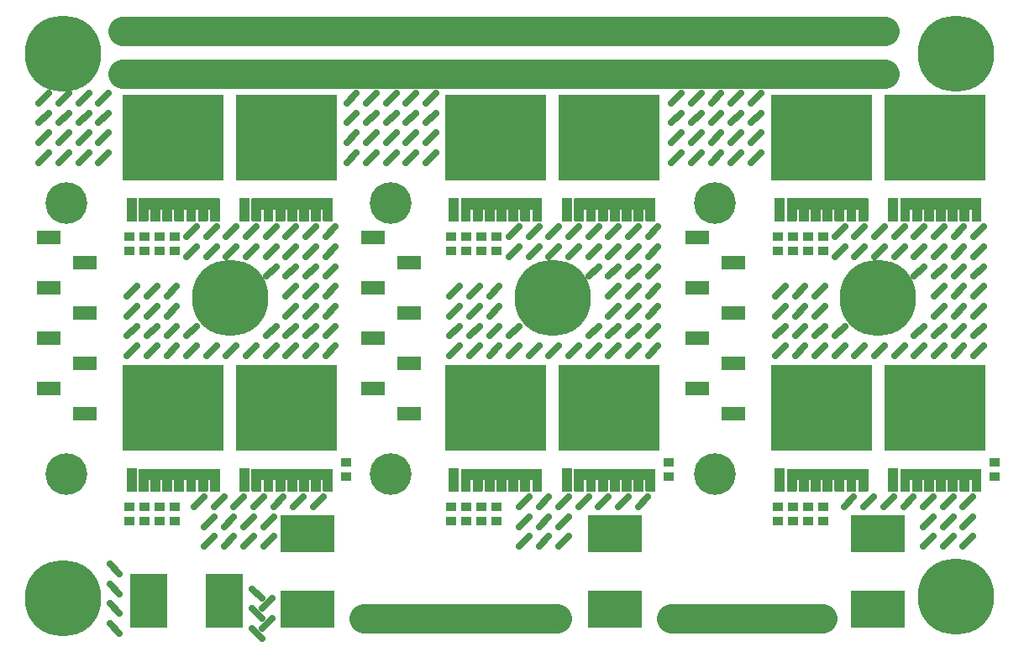
<source format=gbr>
%TF.GenerationSoftware,Altium Limited,Altium Designer,24.0.1 (36)*%
G04 Layer_Color=8388736*
%FSLAX45Y45*%
%MOMM*%
%TF.SameCoordinates,BDB9926C-BC38-41AE-A616-4D177B64427C*%
%TF.FilePolarity,Negative*%
%TF.FileFunction,Soldermask,Top*%
%TF.Part,Single*%
G01*
G75*
%TA.AperFunction,NonConductor*%
%ADD25C,3.00000*%
%ADD26C,0.63500*%
%TA.AperFunction,SMDPad,CuDef*%
%ADD27R,2.40320X1.47320*%
%ADD28R,5.40319X3.70307*%
%ADD29C,7.70320*%
%ADD30R,1.05320X0.95320*%
%ADD31R,10.20318X8.70321*%
%ADD32C,0.64320*%
%ADD33R,1.10320X2.40320*%
%ADD34R,3.70307X5.40319*%
%TA.AperFunction,ViaPad*%
%ADD35C,4.20320*%
G36*
X5328498Y4537779D02*
X5329440Y4537493D01*
X5330309Y4537028D01*
X5331071Y4536404D01*
X5331695Y4535642D01*
X5332160Y4534774D01*
X5332446Y4533831D01*
X5332454Y4533747D01*
X5332458Y4533732D01*
X5332555Y4532752D01*
Y4426351D01*
X5332542Y4426222D01*
Y4312851D01*
X5332446Y4311871D01*
X5332160Y4310929D01*
X5331695Y4310060D01*
X5331071Y4309299D01*
X5330309Y4308674D01*
X5329440Y4308210D01*
X5328498Y4307924D01*
X5327518Y4307827D01*
X5237516D01*
X5236535Y4307924D01*
X5235593Y4308210D01*
X5234724Y4308674D01*
X5233963Y4309299D01*
X5233338Y4310060D01*
X5232874Y4310929D01*
X5232588Y4311871D01*
X5232491Y4312851D01*
Y4421327D01*
X5212542D01*
Y4312851D01*
X5212446Y4311871D01*
X5212160Y4310929D01*
X5211695Y4310060D01*
X5211071Y4309299D01*
X5210309Y4308674D01*
X5209441Y4308210D01*
X5208498Y4307924D01*
X5207518Y4307827D01*
X5117516D01*
X5116536Y4307924D01*
X5115593Y4308210D01*
X5114725Y4308674D01*
X5113963Y4309299D01*
X5113339Y4310060D01*
X5112874Y4310929D01*
X5112588Y4311871D01*
X5112492Y4312851D01*
Y4421327D01*
X5092543D01*
Y4312851D01*
X5092446Y4311871D01*
X5092160Y4310929D01*
X5091696Y4310060D01*
X5091071Y4309299D01*
X5090310Y4308674D01*
X5089441Y4308210D01*
X5088499Y4307924D01*
X5087518Y4307827D01*
X4997516D01*
X4996536Y4307924D01*
X4995594Y4308210D01*
X4994725Y4308674D01*
X4993963Y4309299D01*
X4993339Y4310060D01*
X4992874Y4310929D01*
X4992588Y4311871D01*
X4992492Y4312851D01*
Y4421327D01*
X4972543D01*
Y4312851D01*
X4972446Y4311871D01*
X4972160Y4310929D01*
X4971696Y4310060D01*
X4971071Y4309299D01*
X4970310Y4308674D01*
X4969441Y4308210D01*
X4968499Y4307924D01*
X4967519Y4307827D01*
X4877516D01*
X4876536Y4307924D01*
X4875594Y4308210D01*
X4874725Y4308674D01*
X4873964Y4309299D01*
X4873339Y4310060D01*
X4872875Y4310929D01*
X4872589Y4311871D01*
X4872492Y4312851D01*
Y4421327D01*
X4852543D01*
Y4312851D01*
X4852446Y4311871D01*
X4852160Y4310929D01*
X4851696Y4310060D01*
X4851072Y4309299D01*
X4850310Y4308674D01*
X4849441Y4308210D01*
X4848499Y4307924D01*
X4847519Y4307827D01*
X4757517D01*
X4756536Y4307924D01*
X4755594Y4308210D01*
X4754725Y4308674D01*
X4753964Y4309299D01*
X4753339Y4310060D01*
X4752875Y4310929D01*
X4752589Y4311871D01*
X4752492Y4312851D01*
Y4421327D01*
X4732543D01*
Y4312851D01*
X4732447Y4311871D01*
X4732161Y4310929D01*
X4731696Y4310060D01*
X4731072Y4309299D01*
X4730310Y4308674D01*
X4729442Y4308210D01*
X4728499Y4307924D01*
X4727519Y4307827D01*
X4637517D01*
X4636537Y4307924D01*
X4635594Y4308210D01*
X4634726Y4308674D01*
X4633964Y4309299D01*
X4633339Y4310060D01*
X4632875Y4310929D01*
X4632589Y4311871D01*
X4632493Y4312851D01*
Y4421327D01*
X4612543D01*
Y4312851D01*
X4612447Y4311871D01*
X4612161Y4310929D01*
X4611697Y4310060D01*
X4611072Y4309299D01*
X4610311Y4308674D01*
X4609442Y4308210D01*
X4608500Y4307924D01*
X4607519Y4307827D01*
X4517517D01*
X4516537Y4307924D01*
X4515594Y4308210D01*
X4514726Y4308674D01*
X4513964Y4309299D01*
X4513340Y4310060D01*
X4512875Y4310929D01*
X4512589Y4311871D01*
X4512493Y4312851D01*
Y4532851D01*
X4512589Y4533831D01*
X4512875Y4534774D01*
X4513340Y4535642D01*
X4513964Y4536404D01*
X4514726Y4537028D01*
X4515594Y4537493D01*
X4516537Y4537779D01*
X4517517Y4537875D01*
X4607519D01*
X4608500Y4537779D01*
X4608508Y4537776D01*
X4636528D01*
X4636537Y4537779D01*
X4637517Y4537875D01*
X4727519D01*
X4728499Y4537779D01*
X4728508Y4537776D01*
X4756528D01*
X4756536Y4537779D01*
X4757517Y4537875D01*
X4847519D01*
X4848499Y4537779D01*
X4848507Y4537776D01*
X4876528D01*
X4876536Y4537779D01*
X4877516Y4537875D01*
X4967519D01*
X4968499Y4537779D01*
X4968507Y4537776D01*
X4996527D01*
X4996536Y4537779D01*
X4997516Y4537875D01*
X5087518D01*
X5088499Y4537779D01*
X5088507Y4537776D01*
X5116527D01*
X5116536Y4537779D01*
X5117516Y4537875D01*
X5207518D01*
X5208498Y4537779D01*
X5208507Y4537776D01*
X5236527D01*
X5236535Y4537779D01*
X5237516Y4537875D01*
X5327518D01*
X5328498Y4537779D01*
D02*
G37*
G36*
X3219384D02*
X3220326Y4537493D01*
X3221195Y4537028D01*
X3221956Y4536404D01*
X3222581Y4535642D01*
X3223045Y4534774D01*
X3223331Y4533831D01*
X3223340Y4533747D01*
X3223344Y4533732D01*
X3223440Y4532752D01*
Y4426351D01*
X3223428Y4426222D01*
Y4312851D01*
X3223331Y4311871D01*
X3223045Y4310929D01*
X3222581Y4310060D01*
X3221956Y4309299D01*
X3221195Y4308674D01*
X3220326Y4308210D01*
X3219384Y4307924D01*
X3218404Y4307827D01*
X3128401D01*
X3127421Y4307924D01*
X3126479Y4308210D01*
X3125610Y4308674D01*
X3124848Y4309299D01*
X3124224Y4310060D01*
X3123760Y4310929D01*
X3123474Y4311871D01*
X3123377Y4312851D01*
Y4421327D01*
X3103428D01*
Y4312851D01*
X3103331Y4311871D01*
X3103045Y4310929D01*
X3102581Y4310060D01*
X3101956Y4309299D01*
X3101195Y4308674D01*
X3100326Y4308210D01*
X3099384Y4307924D01*
X3098404Y4307827D01*
X3008401D01*
X3007421Y4307924D01*
X3006479Y4308210D01*
X3005610Y4308674D01*
X3004849Y4309299D01*
X3004224Y4310060D01*
X3003760Y4310929D01*
X3003474Y4311871D01*
X3003377Y4312851D01*
Y4421327D01*
X2983428D01*
Y4312851D01*
X2983332Y4311871D01*
X2983046Y4310929D01*
X2982581Y4310060D01*
X2981957Y4309299D01*
X2981195Y4308674D01*
X2980327Y4308210D01*
X2979384Y4307924D01*
X2978404Y4307827D01*
X2888402D01*
X2887421Y4307924D01*
X2886479Y4308210D01*
X2885610Y4308674D01*
X2884849Y4309299D01*
X2884224Y4310060D01*
X2883760Y4310929D01*
X2883474Y4311871D01*
X2883378Y4312851D01*
Y4421327D01*
X2863428D01*
Y4312851D01*
X2863332Y4311871D01*
X2863046Y4310929D01*
X2862582Y4310060D01*
X2861957Y4309299D01*
X2861195Y4308674D01*
X2860327Y4308210D01*
X2859384Y4307924D01*
X2858404Y4307827D01*
X2768402D01*
X2767422Y4307924D01*
X2766479Y4308210D01*
X2765611Y4308674D01*
X2764849Y4309299D01*
X2764225Y4310060D01*
X2763760Y4310929D01*
X2763474Y4311871D01*
X2763378Y4312851D01*
Y4421327D01*
X2743429D01*
Y4312851D01*
X2743332Y4311871D01*
X2743046Y4310929D01*
X2742582Y4310060D01*
X2741957Y4309299D01*
X2741196Y4308674D01*
X2740327Y4308210D01*
X2739385Y4307924D01*
X2738404Y4307827D01*
X2648402D01*
X2647422Y4307924D01*
X2646480Y4308210D01*
X2645611Y4308674D01*
X2644849Y4309299D01*
X2644225Y4310060D01*
X2643761Y4310929D01*
X2643475Y4311871D01*
X2643378Y4312851D01*
Y4421327D01*
X2623429D01*
Y4312851D01*
X2623332Y4311871D01*
X2623046Y4310929D01*
X2622582Y4310060D01*
X2621957Y4309299D01*
X2621196Y4308674D01*
X2620327Y4308210D01*
X2619385Y4307924D01*
X2618405Y4307827D01*
X2528402D01*
X2527422Y4307924D01*
X2526480Y4308210D01*
X2525611Y4308674D01*
X2524850Y4309299D01*
X2524225Y4310060D01*
X2523761Y4310929D01*
X2523475Y4311871D01*
X2523378Y4312851D01*
Y4421327D01*
X2503429D01*
Y4312851D01*
X2503333Y4311871D01*
X2503047Y4310929D01*
X2502582Y4310060D01*
X2501958Y4309299D01*
X2501196Y4308674D01*
X2500327Y4308210D01*
X2499385Y4307924D01*
X2498405Y4307827D01*
X2408403D01*
X2407422Y4307924D01*
X2406480Y4308210D01*
X2405611Y4308674D01*
X2404850Y4309299D01*
X2404225Y4310060D01*
X2403761Y4310929D01*
X2403475Y4311871D01*
X2403378Y4312851D01*
Y4532851D01*
X2403475Y4533831D01*
X2403761Y4534774D01*
X2404225Y4535642D01*
X2404850Y4536404D01*
X2405611Y4537028D01*
X2406480Y4537493D01*
X2407422Y4537779D01*
X2408403Y4537875D01*
X2498405D01*
X2499385Y4537779D01*
X2499394Y4537776D01*
X2527414D01*
X2527422Y4537779D01*
X2528402Y4537875D01*
X2618405D01*
X2619385Y4537779D01*
X2619393Y4537776D01*
X2647414D01*
X2647422Y4537779D01*
X2648402Y4537875D01*
X2738404D01*
X2739385Y4537779D01*
X2739393Y4537776D01*
X2767413D01*
X2767422Y4537779D01*
X2768402Y4537875D01*
X2858404D01*
X2859384Y4537779D01*
X2859393Y4537776D01*
X2887413D01*
X2887421Y4537779D01*
X2888402Y4537875D01*
X2978404D01*
X2979384Y4537779D01*
X2979393Y4537776D01*
X3007413D01*
X3007421Y4537779D01*
X3008401Y4537875D01*
X3098404D01*
X3099384Y4537779D01*
X3099392Y4537776D01*
X3127413D01*
X3127421Y4537779D01*
X3128401Y4537875D01*
X3218404D01*
X3219384Y4537779D01*
D02*
G37*
G36*
X2079838D02*
X2080780Y4537493D01*
X2081649Y4537028D01*
X2082411Y4536404D01*
X2083035Y4535642D01*
X2083500Y4534774D01*
X2083786Y4533831D01*
X2083794Y4533747D01*
X2083798Y4533732D01*
X2083895Y4532752D01*
Y4426351D01*
X2083882Y4426222D01*
Y4312851D01*
X2083786Y4311871D01*
X2083500Y4310929D01*
X2083035Y4310060D01*
X2082411Y4309299D01*
X2081649Y4308674D01*
X2080780Y4308210D01*
X2079838Y4307924D01*
X2078858Y4307827D01*
X1988856D01*
X1987875Y4307924D01*
X1986933Y4308210D01*
X1986064Y4308674D01*
X1985303Y4309299D01*
X1984678Y4310060D01*
X1984214Y4310929D01*
X1983928Y4311871D01*
X1983831Y4312851D01*
Y4421327D01*
X1963882D01*
Y4312851D01*
X1963786Y4311871D01*
X1963500Y4310929D01*
X1963035Y4310060D01*
X1962411Y4309299D01*
X1961649Y4308674D01*
X1960781Y4308210D01*
X1959838Y4307924D01*
X1958858Y4307827D01*
X1868856D01*
X1867876Y4307924D01*
X1866933Y4308210D01*
X1866065Y4308674D01*
X1865303Y4309299D01*
X1864679Y4310060D01*
X1864214Y4310929D01*
X1863928Y4311871D01*
X1863832Y4312851D01*
Y4421327D01*
X1843883D01*
Y4312851D01*
X1843786Y4311871D01*
X1843500Y4310929D01*
X1843036Y4310060D01*
X1842411Y4309299D01*
X1841650Y4308674D01*
X1840781Y4308210D01*
X1839839Y4307924D01*
X1838858Y4307827D01*
X1748856D01*
X1747876Y4307924D01*
X1746934Y4308210D01*
X1746065Y4308674D01*
X1745303Y4309299D01*
X1744679Y4310060D01*
X1744214Y4310929D01*
X1743928Y4311871D01*
X1743832Y4312851D01*
Y4421327D01*
X1723883D01*
Y4312851D01*
X1723786Y4311871D01*
X1723500Y4310929D01*
X1723036Y4310060D01*
X1722411Y4309299D01*
X1721650Y4308674D01*
X1720781Y4308210D01*
X1719839Y4307924D01*
X1718859Y4307827D01*
X1628856D01*
X1627876Y4307924D01*
X1626934Y4308210D01*
X1626065Y4308674D01*
X1625304Y4309299D01*
X1624679Y4310060D01*
X1624215Y4310929D01*
X1623929Y4311871D01*
X1623832Y4312851D01*
Y4421327D01*
X1603883D01*
Y4312851D01*
X1603786Y4311871D01*
X1603500Y4310929D01*
X1603036Y4310060D01*
X1602412Y4309299D01*
X1601650Y4308674D01*
X1600781Y4308210D01*
X1599839Y4307924D01*
X1598859Y4307827D01*
X1508857D01*
X1507876Y4307924D01*
X1506934Y4308210D01*
X1506065Y4308674D01*
X1505304Y4309299D01*
X1504679Y4310060D01*
X1504215Y4310929D01*
X1503929Y4311871D01*
X1503832Y4312851D01*
Y4421327D01*
X1483883D01*
Y4312851D01*
X1483787Y4311871D01*
X1483501Y4310929D01*
X1483036Y4310060D01*
X1482412Y4309299D01*
X1481650Y4308674D01*
X1480782Y4308210D01*
X1479839Y4307924D01*
X1478859Y4307827D01*
X1388857D01*
X1387877Y4307924D01*
X1386934Y4308210D01*
X1386066Y4308674D01*
X1385304Y4309299D01*
X1384679Y4310060D01*
X1384215Y4310929D01*
X1383929Y4311871D01*
X1383833Y4312851D01*
Y4421327D01*
X1363883D01*
Y4312851D01*
X1363787Y4311871D01*
X1363501Y4310929D01*
X1363037Y4310060D01*
X1362412Y4309299D01*
X1361651Y4308674D01*
X1360782Y4308210D01*
X1359840Y4307924D01*
X1358859Y4307827D01*
X1268857D01*
X1267877Y4307924D01*
X1266934Y4308210D01*
X1266066Y4308674D01*
X1265304Y4309299D01*
X1264680Y4310060D01*
X1264215Y4310929D01*
X1263929Y4311871D01*
X1263833Y4312851D01*
Y4532851D01*
X1263929Y4533831D01*
X1264215Y4534774D01*
X1264680Y4535642D01*
X1265304Y4536404D01*
X1266066Y4537028D01*
X1266934Y4537493D01*
X1267877Y4537779D01*
X1268857Y4537875D01*
X1358859D01*
X1359840Y4537779D01*
X1359848Y4537776D01*
X1387868D01*
X1387877Y4537779D01*
X1388857Y4537875D01*
X1478859D01*
X1479839Y4537779D01*
X1479848Y4537776D01*
X1507868D01*
X1507876Y4537779D01*
X1508857Y4537875D01*
X1598859D01*
X1599839Y4537779D01*
X1599847Y4537776D01*
X1627868D01*
X1627876Y4537779D01*
X1628856Y4537875D01*
X1718859D01*
X1719839Y4537779D01*
X1719847Y4537776D01*
X1747867D01*
X1747876Y4537779D01*
X1748856Y4537875D01*
X1838858D01*
X1839839Y4537779D01*
X1839847Y4537776D01*
X1867867D01*
X1867876Y4537779D01*
X1868856Y4537875D01*
X1958858D01*
X1959838Y4537779D01*
X1959847Y4537776D01*
X1987867D01*
X1987875Y4537779D01*
X1988856Y4537875D01*
X2078858D01*
X2079838Y4537779D01*
D02*
G37*
G36*
X5328498Y1810639D02*
X5329440Y1810353D01*
X5330309Y1809889D01*
X5331071Y1809264D01*
X5331695Y1808503D01*
X5332160Y1807634D01*
X5332446Y1806692D01*
X5332454Y1806607D01*
X5332458Y1806593D01*
X5332555Y1805612D01*
Y1699212D01*
X5332542Y1699083D01*
Y1585712D01*
X5332446Y1584732D01*
X5332160Y1583789D01*
X5331695Y1582921D01*
X5331071Y1582159D01*
X5330309Y1581535D01*
X5329440Y1581070D01*
X5328498Y1580784D01*
X5327518Y1580688D01*
X5237516D01*
X5236535Y1580784D01*
X5235593Y1581070D01*
X5234724Y1581535D01*
X5233963Y1582159D01*
X5233338Y1582921D01*
X5232874Y1583789D01*
X5232588Y1584732D01*
X5232491Y1585712D01*
Y1694188D01*
X5212542D01*
Y1585712D01*
X5212446Y1584732D01*
X5212160Y1583789D01*
X5211695Y1582921D01*
X5211071Y1582159D01*
X5210309Y1581535D01*
X5209441Y1581070D01*
X5208498Y1580784D01*
X5207518Y1580688D01*
X5117516D01*
X5116536Y1580784D01*
X5115593Y1581070D01*
X5114725Y1581535D01*
X5113963Y1582159D01*
X5113339Y1582921D01*
X5112874Y1583789D01*
X5112588Y1584732D01*
X5112492Y1585712D01*
Y1694188D01*
X5092543D01*
Y1585712D01*
X5092446Y1584732D01*
X5092160Y1583789D01*
X5091696Y1582921D01*
X5091071Y1582159D01*
X5090310Y1581535D01*
X5089441Y1581070D01*
X5088499Y1580784D01*
X5087518Y1580688D01*
X4997516D01*
X4996536Y1580784D01*
X4995594Y1581070D01*
X4994725Y1581535D01*
X4993963Y1582159D01*
X4993339Y1582921D01*
X4992874Y1583789D01*
X4992588Y1584732D01*
X4992492Y1585712D01*
Y1694188D01*
X4972543D01*
Y1585712D01*
X4972446Y1584732D01*
X4972160Y1583789D01*
X4971696Y1582921D01*
X4971071Y1582159D01*
X4970310Y1581535D01*
X4969441Y1581070D01*
X4968499Y1580784D01*
X4967519Y1580688D01*
X4877516D01*
X4876536Y1580784D01*
X4875594Y1581070D01*
X4874725Y1581535D01*
X4873964Y1582159D01*
X4873339Y1582921D01*
X4872875Y1583789D01*
X4872589Y1584732D01*
X4872492Y1585712D01*
Y1694188D01*
X4852543D01*
Y1585712D01*
X4852446Y1584732D01*
X4852160Y1583789D01*
X4851696Y1582921D01*
X4851072Y1582159D01*
X4850310Y1581535D01*
X4849441Y1581070D01*
X4848499Y1580784D01*
X4847519Y1580688D01*
X4757517D01*
X4756536Y1580784D01*
X4755594Y1581070D01*
X4754725Y1581535D01*
X4753964Y1582159D01*
X4753339Y1582921D01*
X4752875Y1583789D01*
X4752589Y1584732D01*
X4752492Y1585712D01*
Y1694188D01*
X4732543D01*
Y1585712D01*
X4732447Y1584732D01*
X4732161Y1583789D01*
X4731696Y1582921D01*
X4731072Y1582159D01*
X4730310Y1581535D01*
X4729442Y1581070D01*
X4728499Y1580784D01*
X4727519Y1580688D01*
X4637517D01*
X4636537Y1580784D01*
X4635594Y1581070D01*
X4634726Y1581535D01*
X4633964Y1582159D01*
X4633339Y1582921D01*
X4632875Y1583789D01*
X4632589Y1584732D01*
X4632493Y1585712D01*
Y1694188D01*
X4612543D01*
Y1585712D01*
X4612447Y1584732D01*
X4612161Y1583789D01*
X4611697Y1582921D01*
X4611072Y1582159D01*
X4610311Y1581535D01*
X4609442Y1581070D01*
X4608500Y1580784D01*
X4607519Y1580688D01*
X4517517D01*
X4516537Y1580784D01*
X4515594Y1581070D01*
X4514726Y1581535D01*
X4513964Y1582159D01*
X4513340Y1582921D01*
X4512875Y1583789D01*
X4512589Y1584732D01*
X4512493Y1585712D01*
Y1805711D01*
X4512589Y1806692D01*
X4512875Y1807634D01*
X4513340Y1808503D01*
X4513964Y1809264D01*
X4514726Y1809889D01*
X4515594Y1810353D01*
X4516537Y1810639D01*
X4517517Y1810736D01*
X4607519D01*
X4608500Y1810639D01*
X4608508Y1810636D01*
X4636528D01*
X4636537Y1810639D01*
X4637517Y1810736D01*
X4727519D01*
X4728499Y1810639D01*
X4728508Y1810636D01*
X4756528D01*
X4756536Y1810639D01*
X4757517Y1810736D01*
X4847519D01*
X4848499Y1810639D01*
X4848507Y1810636D01*
X4876528D01*
X4876536Y1810639D01*
X4877516Y1810736D01*
X4967519D01*
X4968499Y1810639D01*
X4968507Y1810636D01*
X4996527D01*
X4996536Y1810639D01*
X4997516Y1810736D01*
X5087518D01*
X5088499Y1810639D01*
X5088507Y1810636D01*
X5116527D01*
X5116536Y1810639D01*
X5117516Y1810736D01*
X5207518D01*
X5208498Y1810639D01*
X5208507Y1810636D01*
X5236527D01*
X5236535Y1810639D01*
X5237516Y1810736D01*
X5327518D01*
X5328498Y1810639D01*
D02*
G37*
G36*
X3219384D02*
X3220326Y1810353D01*
X3221195Y1809889D01*
X3221956Y1809264D01*
X3222581Y1808503D01*
X3223045Y1807634D01*
X3223331Y1806692D01*
X3223340Y1806607D01*
X3223344Y1806593D01*
X3223440Y1805612D01*
Y1699212D01*
X3223428Y1699083D01*
Y1585712D01*
X3223331Y1584732D01*
X3223045Y1583789D01*
X3222581Y1582921D01*
X3221956Y1582159D01*
X3221195Y1581535D01*
X3220326Y1581070D01*
X3219384Y1580784D01*
X3218404Y1580688D01*
X3128401D01*
X3127421Y1580784D01*
X3126479Y1581070D01*
X3125610Y1581535D01*
X3124848Y1582159D01*
X3124224Y1582921D01*
X3123760Y1583789D01*
X3123474Y1584732D01*
X3123377Y1585712D01*
Y1694188D01*
X3103428D01*
Y1585712D01*
X3103331Y1584732D01*
X3103045Y1583789D01*
X3102581Y1582921D01*
X3101956Y1582159D01*
X3101195Y1581535D01*
X3100326Y1581070D01*
X3099384Y1580784D01*
X3098404Y1580688D01*
X3008401D01*
X3007421Y1580784D01*
X3006479Y1581070D01*
X3005610Y1581535D01*
X3004849Y1582159D01*
X3004224Y1582921D01*
X3003760Y1583789D01*
X3003474Y1584732D01*
X3003377Y1585712D01*
Y1694188D01*
X2983428D01*
Y1585712D01*
X2983332Y1584732D01*
X2983046Y1583789D01*
X2982581Y1582921D01*
X2981957Y1582159D01*
X2981195Y1581535D01*
X2980327Y1581070D01*
X2979384Y1580784D01*
X2978404Y1580688D01*
X2888402D01*
X2887421Y1580784D01*
X2886479Y1581070D01*
X2885610Y1581535D01*
X2884849Y1582159D01*
X2884224Y1582921D01*
X2883760Y1583789D01*
X2883474Y1584732D01*
X2883378Y1585712D01*
Y1694188D01*
X2863428D01*
Y1585712D01*
X2863332Y1584732D01*
X2863046Y1583789D01*
X2862582Y1582921D01*
X2861957Y1582159D01*
X2861195Y1581535D01*
X2860327Y1581070D01*
X2859384Y1580784D01*
X2858404Y1580688D01*
X2768402D01*
X2767422Y1580784D01*
X2766479Y1581070D01*
X2765611Y1581535D01*
X2764849Y1582159D01*
X2764225Y1582921D01*
X2763760Y1583789D01*
X2763474Y1584732D01*
X2763378Y1585712D01*
Y1694188D01*
X2743429D01*
Y1585712D01*
X2743332Y1584732D01*
X2743046Y1583789D01*
X2742582Y1582921D01*
X2741957Y1582159D01*
X2741196Y1581535D01*
X2740327Y1581070D01*
X2739385Y1580784D01*
X2738404Y1580688D01*
X2648402D01*
X2647422Y1580784D01*
X2646480Y1581070D01*
X2645611Y1581535D01*
X2644849Y1582159D01*
X2644225Y1582921D01*
X2643761Y1583789D01*
X2643475Y1584732D01*
X2643378Y1585712D01*
Y1694188D01*
X2623429D01*
Y1585712D01*
X2623332Y1584732D01*
X2623046Y1583789D01*
X2622582Y1582921D01*
X2621957Y1582159D01*
X2621196Y1581535D01*
X2620327Y1581070D01*
X2619385Y1580784D01*
X2618405Y1580688D01*
X2528402D01*
X2527422Y1580784D01*
X2526480Y1581070D01*
X2525611Y1581535D01*
X2524850Y1582159D01*
X2524225Y1582921D01*
X2523761Y1583789D01*
X2523475Y1584732D01*
X2523378Y1585712D01*
Y1694188D01*
X2503429D01*
Y1585712D01*
X2503333Y1584732D01*
X2503047Y1583789D01*
X2502582Y1582921D01*
X2501958Y1582159D01*
X2501196Y1581535D01*
X2500327Y1581070D01*
X2499385Y1580784D01*
X2498405Y1580688D01*
X2408403D01*
X2407422Y1580784D01*
X2406480Y1581070D01*
X2405611Y1581535D01*
X2404850Y1582159D01*
X2404225Y1582921D01*
X2403761Y1583789D01*
X2403475Y1584732D01*
X2403378Y1585712D01*
Y1805711D01*
X2403475Y1806692D01*
X2403761Y1807634D01*
X2404225Y1808503D01*
X2404850Y1809264D01*
X2405611Y1809889D01*
X2406480Y1810353D01*
X2407422Y1810639D01*
X2408403Y1810736D01*
X2498405D01*
X2499385Y1810639D01*
X2499394Y1810636D01*
X2527414D01*
X2527422Y1810639D01*
X2528402Y1810736D01*
X2618405D01*
X2619385Y1810639D01*
X2619393Y1810636D01*
X2647414D01*
X2647422Y1810639D01*
X2648402Y1810736D01*
X2738404D01*
X2739385Y1810639D01*
X2739393Y1810636D01*
X2767413D01*
X2767422Y1810639D01*
X2768402Y1810736D01*
X2858404D01*
X2859384Y1810639D01*
X2859393Y1810636D01*
X2887413D01*
X2887421Y1810639D01*
X2888402Y1810736D01*
X2978404D01*
X2979384Y1810639D01*
X2979393Y1810636D01*
X3007413D01*
X3007421Y1810639D01*
X3008401Y1810736D01*
X3098404D01*
X3099384Y1810639D01*
X3099392Y1810636D01*
X3127413D01*
X3127421Y1810639D01*
X3128401Y1810736D01*
X3218404D01*
X3219384Y1810639D01*
D02*
G37*
G36*
X2079838D02*
X2080780Y1810353D01*
X2081649Y1809889D01*
X2082411Y1809264D01*
X2083035Y1808503D01*
X2083500Y1807634D01*
X2083786Y1806692D01*
X2083794Y1806607D01*
X2083798Y1806593D01*
X2083895Y1805612D01*
Y1699212D01*
X2083882Y1699083D01*
Y1585712D01*
X2083786Y1584732D01*
X2083500Y1583789D01*
X2083035Y1582921D01*
X2082411Y1582159D01*
X2081649Y1581535D01*
X2080780Y1581070D01*
X2079838Y1580784D01*
X2078858Y1580688D01*
X1988856D01*
X1987875Y1580784D01*
X1986933Y1581070D01*
X1986064Y1581535D01*
X1985303Y1582159D01*
X1984678Y1582921D01*
X1984214Y1583789D01*
X1983928Y1584732D01*
X1983831Y1585712D01*
Y1694188D01*
X1963882D01*
Y1585712D01*
X1963786Y1584732D01*
X1963500Y1583789D01*
X1963035Y1582921D01*
X1962411Y1582159D01*
X1961649Y1581535D01*
X1960781Y1581070D01*
X1959838Y1580784D01*
X1958858Y1580688D01*
X1868856D01*
X1867876Y1580784D01*
X1866933Y1581070D01*
X1866065Y1581535D01*
X1865303Y1582159D01*
X1864679Y1582921D01*
X1864214Y1583789D01*
X1863928Y1584732D01*
X1863832Y1585712D01*
Y1694188D01*
X1843883D01*
Y1585712D01*
X1843786Y1584732D01*
X1843500Y1583789D01*
X1843036Y1582921D01*
X1842411Y1582159D01*
X1841650Y1581535D01*
X1840781Y1581070D01*
X1839839Y1580784D01*
X1838858Y1580688D01*
X1748856D01*
X1747876Y1580784D01*
X1746934Y1581070D01*
X1746065Y1581535D01*
X1745303Y1582159D01*
X1744679Y1582921D01*
X1744214Y1583789D01*
X1743928Y1584732D01*
X1743832Y1585712D01*
Y1694188D01*
X1723883D01*
Y1585712D01*
X1723786Y1584732D01*
X1723500Y1583789D01*
X1723036Y1582921D01*
X1722411Y1582159D01*
X1721650Y1581535D01*
X1720781Y1581070D01*
X1719839Y1580784D01*
X1718859Y1580688D01*
X1628856D01*
X1627876Y1580784D01*
X1626934Y1581070D01*
X1626065Y1581535D01*
X1625304Y1582159D01*
X1624679Y1582921D01*
X1624215Y1583789D01*
X1623929Y1584732D01*
X1623832Y1585712D01*
Y1694188D01*
X1603883D01*
Y1585712D01*
X1603786Y1584732D01*
X1603500Y1583789D01*
X1603036Y1582921D01*
X1602412Y1582159D01*
X1601650Y1581535D01*
X1600781Y1581070D01*
X1599839Y1580784D01*
X1598859Y1580688D01*
X1508857D01*
X1507876Y1580784D01*
X1506934Y1581070D01*
X1506065Y1581535D01*
X1505304Y1582159D01*
X1504679Y1582921D01*
X1504215Y1583789D01*
X1503929Y1584732D01*
X1503832Y1585712D01*
Y1694188D01*
X1483883D01*
Y1585712D01*
X1483787Y1584732D01*
X1483501Y1583789D01*
X1483036Y1582921D01*
X1482412Y1582159D01*
X1481650Y1581535D01*
X1480782Y1581070D01*
X1479839Y1580784D01*
X1478859Y1580688D01*
X1388857D01*
X1387877Y1580784D01*
X1386934Y1581070D01*
X1386066Y1581535D01*
X1385304Y1582159D01*
X1384679Y1582921D01*
X1384215Y1583789D01*
X1383929Y1584732D01*
X1383833Y1585712D01*
Y1694188D01*
X1363883D01*
Y1585712D01*
X1363787Y1584732D01*
X1363501Y1583789D01*
X1363037Y1582921D01*
X1362412Y1582159D01*
X1361651Y1581535D01*
X1360782Y1581070D01*
X1359840Y1580784D01*
X1358859Y1580688D01*
X1268857D01*
X1267877Y1580784D01*
X1266934Y1581070D01*
X1266066Y1581535D01*
X1265304Y1582159D01*
X1264680Y1582921D01*
X1264215Y1583789D01*
X1263929Y1584732D01*
X1263833Y1585712D01*
Y1805711D01*
X1263929Y1806692D01*
X1264215Y1807634D01*
X1264680Y1808503D01*
X1265304Y1809264D01*
X1266066Y1809889D01*
X1266934Y1810353D01*
X1267877Y1810639D01*
X1268857Y1810736D01*
X1358859D01*
X1359840Y1810639D01*
X1359848Y1810636D01*
X1387868D01*
X1387877Y1810639D01*
X1388857Y1810736D01*
X1478859D01*
X1479839Y1810639D01*
X1479848Y1810636D01*
X1507868D01*
X1507876Y1810639D01*
X1508857Y1810736D01*
X1598859D01*
X1599839Y1810639D01*
X1599847Y1810636D01*
X1627868D01*
X1627876Y1810639D01*
X1628856Y1810736D01*
X1718859D01*
X1719839Y1810639D01*
X1719847Y1810636D01*
X1747867D01*
X1747876Y1810639D01*
X1748856Y1810736D01*
X1838858D01*
X1839839Y1810639D01*
X1839847Y1810636D01*
X1867867D01*
X1867876Y1810639D01*
X1868856Y1810736D01*
X1958858D01*
X1959838Y1810639D01*
X1959847Y1810636D01*
X1987867D01*
X1987875Y1810639D01*
X1988856Y1810736D01*
X2078858D01*
X2079838Y1810639D01*
D02*
G37*
G36*
X9757344Y4537779D02*
X9758286Y4537493D01*
X9759155Y4537028D01*
X9759916Y4536404D01*
X9760541Y4535642D01*
X9761005Y4534774D01*
X9761291Y4533831D01*
X9761300Y4533747D01*
X9761304Y4533732D01*
X9761400Y4532752D01*
Y4426351D01*
X9761388Y4426222D01*
Y4312851D01*
X9761291Y4311871D01*
X9761005Y4310929D01*
X9760541Y4310060D01*
X9759916Y4309299D01*
X9759155Y4308674D01*
X9758286Y4308210D01*
X9757344Y4307924D01*
X9756364Y4307827D01*
X9666361D01*
X9665381Y4307924D01*
X9664439Y4308210D01*
X9663570Y4308674D01*
X9662808Y4309299D01*
X9662184Y4310060D01*
X9661720Y4310929D01*
X9661434Y4311871D01*
X9661337Y4312851D01*
Y4421327D01*
X9641388D01*
Y4312851D01*
X9641291Y4311871D01*
X9641005Y4310929D01*
X9640541Y4310060D01*
X9639916Y4309299D01*
X9639155Y4308674D01*
X9638286Y4308210D01*
X9637344Y4307924D01*
X9636364Y4307827D01*
X9546361D01*
X9545381Y4307924D01*
X9544439Y4308210D01*
X9543570Y4308674D01*
X9542809Y4309299D01*
X9542184Y4310060D01*
X9541720Y4310929D01*
X9541434Y4311871D01*
X9541337Y4312851D01*
Y4421327D01*
X9521388D01*
Y4312851D01*
X9521292Y4311871D01*
X9521006Y4310929D01*
X9520541Y4310060D01*
X9519917Y4309299D01*
X9519155Y4308674D01*
X9518287Y4308210D01*
X9517344Y4307924D01*
X9516364Y4307827D01*
X9426362D01*
X9425381Y4307924D01*
X9424439Y4308210D01*
X9423570Y4308674D01*
X9422809Y4309299D01*
X9422184Y4310060D01*
X9421720Y4310929D01*
X9421434Y4311871D01*
X9421338Y4312851D01*
Y4421327D01*
X9401388D01*
Y4312851D01*
X9401292Y4311871D01*
X9401006Y4310929D01*
X9400542Y4310060D01*
X9399917Y4309299D01*
X9399155Y4308674D01*
X9398287Y4308210D01*
X9397344Y4307924D01*
X9396364Y4307827D01*
X9306362D01*
X9305382Y4307924D01*
X9304439Y4308210D01*
X9303571Y4308674D01*
X9302809Y4309299D01*
X9302185Y4310060D01*
X9301720Y4310929D01*
X9301434Y4311871D01*
X9301338Y4312851D01*
Y4421327D01*
X9281389D01*
Y4312851D01*
X9281292Y4311871D01*
X9281006Y4310929D01*
X9280542Y4310060D01*
X9279917Y4309299D01*
X9279156Y4308674D01*
X9278287Y4308210D01*
X9277345Y4307924D01*
X9276364Y4307827D01*
X9186362D01*
X9185382Y4307924D01*
X9184440Y4308210D01*
X9183571Y4308674D01*
X9182809Y4309299D01*
X9182185Y4310060D01*
X9181721Y4310929D01*
X9181435Y4311871D01*
X9181338Y4312851D01*
Y4421327D01*
X9161389D01*
Y4312851D01*
X9161292Y4311871D01*
X9161006Y4310929D01*
X9160542Y4310060D01*
X9159917Y4309299D01*
X9159156Y4308674D01*
X9158287Y4308210D01*
X9157345Y4307924D01*
X9156365Y4307827D01*
X9066362D01*
X9065382Y4307924D01*
X9064440Y4308210D01*
X9063571Y4308674D01*
X9062810Y4309299D01*
X9062185Y4310060D01*
X9061721Y4310929D01*
X9061435Y4311871D01*
X9061338Y4312851D01*
Y4421327D01*
X9041389D01*
Y4312851D01*
X9041293Y4311871D01*
X9041007Y4310929D01*
X9040542Y4310060D01*
X9039918Y4309299D01*
X9039156Y4308674D01*
X9038287Y4308210D01*
X9037345Y4307924D01*
X9036365Y4307827D01*
X8946363D01*
X8945382Y4307924D01*
X8944440Y4308210D01*
X8943571Y4308674D01*
X8942810Y4309299D01*
X8942185Y4310060D01*
X8941721Y4310929D01*
X8941435Y4311871D01*
X8941338Y4312851D01*
Y4532851D01*
X8941435Y4533831D01*
X8941721Y4534774D01*
X8942185Y4535642D01*
X8942810Y4536404D01*
X8943571Y4537028D01*
X8944440Y4537493D01*
X8945382Y4537779D01*
X8946363Y4537875D01*
X9036365D01*
X9037345Y4537779D01*
X9037354Y4537776D01*
X9065374D01*
X9065382Y4537779D01*
X9066362Y4537875D01*
X9156365D01*
X9157345Y4537779D01*
X9157353Y4537776D01*
X9185374D01*
X9185382Y4537779D01*
X9186362Y4537875D01*
X9276364D01*
X9277345Y4537779D01*
X9277353Y4537776D01*
X9305373D01*
X9305382Y4537779D01*
X9306362Y4537875D01*
X9396364D01*
X9397344Y4537779D01*
X9397353Y4537776D01*
X9425373D01*
X9425381Y4537779D01*
X9426362Y4537875D01*
X9516364D01*
X9517344Y4537779D01*
X9517353Y4537776D01*
X9545373D01*
X9545381Y4537779D01*
X9546361Y4537875D01*
X9636364D01*
X9637344Y4537779D01*
X9637352Y4537776D01*
X9665373D01*
X9665381Y4537779D01*
X9666361Y4537875D01*
X9756364D01*
X9757344Y4537779D01*
D02*
G37*
G36*
X8615258D02*
X8616200Y4537493D01*
X8617069Y4537028D01*
X8617831Y4536404D01*
X8618455Y4535642D01*
X8618920Y4534774D01*
X8619206Y4533831D01*
X8619214Y4533747D01*
X8619218Y4533732D01*
X8619315Y4532752D01*
Y4426351D01*
X8619302Y4426222D01*
Y4312851D01*
X8619206Y4311871D01*
X8618920Y4310929D01*
X8618455Y4310060D01*
X8617831Y4309299D01*
X8617069Y4308674D01*
X8616200Y4308210D01*
X8615258Y4307924D01*
X8614278Y4307827D01*
X8524276D01*
X8523295Y4307924D01*
X8522353Y4308210D01*
X8521484Y4308674D01*
X8520723Y4309299D01*
X8520098Y4310060D01*
X8519634Y4310929D01*
X8519348Y4311871D01*
X8519251Y4312851D01*
Y4421327D01*
X8499302D01*
Y4312851D01*
X8499206Y4311871D01*
X8498920Y4310929D01*
X8498455Y4310060D01*
X8497831Y4309299D01*
X8497069Y4308674D01*
X8496201Y4308210D01*
X8495258Y4307924D01*
X8494278Y4307827D01*
X8404276D01*
X8403296Y4307924D01*
X8402353Y4308210D01*
X8401485Y4308674D01*
X8400723Y4309299D01*
X8400099Y4310060D01*
X8399634Y4310929D01*
X8399348Y4311871D01*
X8399252Y4312851D01*
Y4421327D01*
X8379303D01*
Y4312851D01*
X8379206Y4311871D01*
X8378920Y4310929D01*
X8378456Y4310060D01*
X8377831Y4309299D01*
X8377070Y4308674D01*
X8376201Y4308210D01*
X8375259Y4307924D01*
X8374278Y4307827D01*
X8284276D01*
X8283296Y4307924D01*
X8282354Y4308210D01*
X8281485Y4308674D01*
X8280723Y4309299D01*
X8280099Y4310060D01*
X8279634Y4310929D01*
X8279348Y4311871D01*
X8279252Y4312851D01*
Y4421327D01*
X8259303D01*
Y4312851D01*
X8259206Y4311871D01*
X8258920Y4310929D01*
X8258456Y4310060D01*
X8257831Y4309299D01*
X8257070Y4308674D01*
X8256201Y4308210D01*
X8255259Y4307924D01*
X8254279Y4307827D01*
X8164276D01*
X8163296Y4307924D01*
X8162354Y4308210D01*
X8161485Y4308674D01*
X8160724Y4309299D01*
X8160099Y4310060D01*
X8159635Y4310929D01*
X8159349Y4311871D01*
X8159252Y4312851D01*
Y4421327D01*
X8139303D01*
Y4312851D01*
X8139206Y4311871D01*
X8138920Y4310929D01*
X8138456Y4310060D01*
X8137832Y4309299D01*
X8137070Y4308674D01*
X8136201Y4308210D01*
X8135259Y4307924D01*
X8134279Y4307827D01*
X8044277D01*
X8043296Y4307924D01*
X8042354Y4308210D01*
X8041485Y4308674D01*
X8040724Y4309299D01*
X8040099Y4310060D01*
X8039635Y4310929D01*
X8039349Y4311871D01*
X8039252Y4312851D01*
Y4421327D01*
X8019303D01*
Y4312851D01*
X8019207Y4311871D01*
X8018921Y4310929D01*
X8018456Y4310060D01*
X8017832Y4309299D01*
X8017070Y4308674D01*
X8016202Y4308210D01*
X8015259Y4307924D01*
X8014279Y4307827D01*
X7924277D01*
X7923297Y4307924D01*
X7922354Y4308210D01*
X7921486Y4308674D01*
X7920724Y4309299D01*
X7920099Y4310060D01*
X7919635Y4310929D01*
X7919349Y4311871D01*
X7919253Y4312851D01*
Y4421327D01*
X7899303D01*
Y4312851D01*
X7899207Y4311871D01*
X7898921Y4310929D01*
X7898457Y4310060D01*
X7897832Y4309299D01*
X7897071Y4308674D01*
X7896202Y4308210D01*
X7895260Y4307924D01*
X7894279Y4307827D01*
X7804277D01*
X7803297Y4307924D01*
X7802354Y4308210D01*
X7801486Y4308674D01*
X7800724Y4309299D01*
X7800100Y4310060D01*
X7799635Y4310929D01*
X7799349Y4311871D01*
X7799253Y4312851D01*
Y4532851D01*
X7799349Y4533831D01*
X7799635Y4534774D01*
X7800100Y4535642D01*
X7800724Y4536404D01*
X7801486Y4537028D01*
X7802354Y4537493D01*
X7803297Y4537779D01*
X7804277Y4537875D01*
X7894279D01*
X7895260Y4537779D01*
X7895268Y4537776D01*
X7923288D01*
X7923297Y4537779D01*
X7924277Y4537875D01*
X8014279D01*
X8015259Y4537779D01*
X8015268Y4537776D01*
X8043288D01*
X8043296Y4537779D01*
X8044277Y4537875D01*
X8134279D01*
X8135259Y4537779D01*
X8135267Y4537776D01*
X8163288D01*
X8163296Y4537779D01*
X8164276Y4537875D01*
X8254279D01*
X8255259Y4537779D01*
X8255267Y4537776D01*
X8283287D01*
X8283296Y4537779D01*
X8284276Y4537875D01*
X8374278D01*
X8375259Y4537779D01*
X8375267Y4537776D01*
X8403287D01*
X8403296Y4537779D01*
X8404276Y4537875D01*
X8494278D01*
X8495258Y4537779D01*
X8495267Y4537776D01*
X8523287D01*
X8523295Y4537779D01*
X8524276Y4537875D01*
X8614278D01*
X8615258Y4537779D01*
D02*
G37*
G36*
X6470584D02*
X6471526Y4537493D01*
X6472395Y4537028D01*
X6473156Y4536404D01*
X6473781Y4535642D01*
X6474245Y4534774D01*
X6474531Y4533831D01*
X6474540Y4533747D01*
X6474544Y4533732D01*
X6474640Y4532752D01*
Y4426351D01*
X6474628Y4426222D01*
Y4312851D01*
X6474531Y4311871D01*
X6474245Y4310929D01*
X6473781Y4310060D01*
X6473156Y4309299D01*
X6472395Y4308674D01*
X6471526Y4308210D01*
X6470584Y4307924D01*
X6469604Y4307827D01*
X6379601D01*
X6378621Y4307924D01*
X6377679Y4308210D01*
X6376810Y4308674D01*
X6376048Y4309299D01*
X6375424Y4310060D01*
X6374960Y4310929D01*
X6374674Y4311871D01*
X6374577Y4312851D01*
Y4421327D01*
X6354628D01*
Y4312851D01*
X6354531Y4311871D01*
X6354245Y4310929D01*
X6353781Y4310060D01*
X6353156Y4309299D01*
X6352395Y4308674D01*
X6351526Y4308210D01*
X6350584Y4307924D01*
X6349604Y4307827D01*
X6259601D01*
X6258621Y4307924D01*
X6257679Y4308210D01*
X6256810Y4308674D01*
X6256049Y4309299D01*
X6255424Y4310060D01*
X6254960Y4310929D01*
X6254674Y4311871D01*
X6254577Y4312851D01*
Y4421327D01*
X6234628D01*
Y4312851D01*
X6234532Y4311871D01*
X6234246Y4310929D01*
X6233781Y4310060D01*
X6233157Y4309299D01*
X6232395Y4308674D01*
X6231527Y4308210D01*
X6230584Y4307924D01*
X6229604Y4307827D01*
X6139602D01*
X6138621Y4307924D01*
X6137679Y4308210D01*
X6136810Y4308674D01*
X6136049Y4309299D01*
X6135424Y4310060D01*
X6134960Y4310929D01*
X6134674Y4311871D01*
X6134578Y4312851D01*
Y4421327D01*
X6114628D01*
Y4312851D01*
X6114532Y4311871D01*
X6114246Y4310929D01*
X6113782Y4310060D01*
X6113157Y4309299D01*
X6112395Y4308674D01*
X6111527Y4308210D01*
X6110584Y4307924D01*
X6109604Y4307827D01*
X6019602D01*
X6018622Y4307924D01*
X6017679Y4308210D01*
X6016811Y4308674D01*
X6016049Y4309299D01*
X6015425Y4310060D01*
X6014960Y4310929D01*
X6014674Y4311871D01*
X6014578Y4312851D01*
Y4421327D01*
X5994629D01*
Y4312851D01*
X5994532Y4311871D01*
X5994246Y4310929D01*
X5993782Y4310060D01*
X5993157Y4309299D01*
X5992396Y4308674D01*
X5991527Y4308210D01*
X5990585Y4307924D01*
X5989604Y4307827D01*
X5899602D01*
X5898622Y4307924D01*
X5897680Y4308210D01*
X5896811Y4308674D01*
X5896049Y4309299D01*
X5895425Y4310060D01*
X5894961Y4310929D01*
X5894675Y4311871D01*
X5894578Y4312851D01*
Y4421327D01*
X5874629D01*
Y4312851D01*
X5874532Y4311871D01*
X5874246Y4310929D01*
X5873782Y4310060D01*
X5873157Y4309299D01*
X5872396Y4308674D01*
X5871527Y4308210D01*
X5870585Y4307924D01*
X5869605Y4307827D01*
X5779602D01*
X5778622Y4307924D01*
X5777680Y4308210D01*
X5776811Y4308674D01*
X5776050Y4309299D01*
X5775425Y4310060D01*
X5774961Y4310929D01*
X5774675Y4311871D01*
X5774578Y4312851D01*
Y4421327D01*
X5754629D01*
Y4312851D01*
X5754533Y4311871D01*
X5754247Y4310929D01*
X5753782Y4310060D01*
X5753158Y4309299D01*
X5752396Y4308674D01*
X5751527Y4308210D01*
X5750585Y4307924D01*
X5749605Y4307827D01*
X5659603D01*
X5658622Y4307924D01*
X5657680Y4308210D01*
X5656811Y4308674D01*
X5656050Y4309299D01*
X5655425Y4310060D01*
X5654961Y4310929D01*
X5654675Y4311871D01*
X5654578Y4312851D01*
Y4532851D01*
X5654675Y4533831D01*
X5654961Y4534774D01*
X5655425Y4535642D01*
X5656050Y4536404D01*
X5656811Y4537028D01*
X5657680Y4537493D01*
X5658622Y4537779D01*
X5659603Y4537875D01*
X5749605D01*
X5750585Y4537779D01*
X5750594Y4537776D01*
X5778614D01*
X5778622Y4537779D01*
X5779602Y4537875D01*
X5869605D01*
X5870585Y4537779D01*
X5870593Y4537776D01*
X5898614D01*
X5898622Y4537779D01*
X5899602Y4537875D01*
X5989604D01*
X5990585Y4537779D01*
X5990593Y4537776D01*
X6018613D01*
X6018622Y4537779D01*
X6019602Y4537875D01*
X6109604D01*
X6110584Y4537779D01*
X6110593Y4537776D01*
X6138613D01*
X6138621Y4537779D01*
X6139602Y4537875D01*
X6229604D01*
X6230584Y4537779D01*
X6230593Y4537776D01*
X6258613D01*
X6258621Y4537779D01*
X6259601Y4537875D01*
X6349604D01*
X6350584Y4537779D01*
X6350592Y4537776D01*
X6378613D01*
X6378621Y4537779D01*
X6379601Y4537875D01*
X6469604D01*
X6470584Y4537779D01*
D02*
G37*
G36*
X9757344Y1810639D02*
X9758286Y1810353D01*
X9759155Y1809889D01*
X9759916Y1809264D01*
X9760541Y1808503D01*
X9761005Y1807634D01*
X9761291Y1806692D01*
X9761300Y1806607D01*
X9761304Y1806593D01*
X9761400Y1805612D01*
Y1699212D01*
X9761388Y1699083D01*
Y1585712D01*
X9761291Y1584732D01*
X9761005Y1583789D01*
X9760541Y1582921D01*
X9759916Y1582159D01*
X9759155Y1581535D01*
X9758286Y1581070D01*
X9757344Y1580784D01*
X9756364Y1580688D01*
X9666361D01*
X9665381Y1580784D01*
X9664439Y1581070D01*
X9663570Y1581535D01*
X9662808Y1582159D01*
X9662184Y1582921D01*
X9661720Y1583789D01*
X9661434Y1584732D01*
X9661337Y1585712D01*
Y1694188D01*
X9641388D01*
Y1585712D01*
X9641291Y1584732D01*
X9641005Y1583789D01*
X9640541Y1582921D01*
X9639916Y1582159D01*
X9639155Y1581535D01*
X9638286Y1581070D01*
X9637344Y1580784D01*
X9636364Y1580688D01*
X9546361D01*
X9545381Y1580784D01*
X9544439Y1581070D01*
X9543570Y1581535D01*
X9542809Y1582159D01*
X9542184Y1582921D01*
X9541720Y1583789D01*
X9541434Y1584732D01*
X9541337Y1585712D01*
Y1694188D01*
X9521388D01*
Y1585712D01*
X9521292Y1584732D01*
X9521006Y1583789D01*
X9520541Y1582921D01*
X9519917Y1582159D01*
X9519155Y1581535D01*
X9518287Y1581070D01*
X9517344Y1580784D01*
X9516364Y1580688D01*
X9426362D01*
X9425381Y1580784D01*
X9424439Y1581070D01*
X9423570Y1581535D01*
X9422809Y1582159D01*
X9422184Y1582921D01*
X9421720Y1583789D01*
X9421434Y1584732D01*
X9421338Y1585712D01*
Y1694188D01*
X9401388D01*
Y1585712D01*
X9401292Y1584732D01*
X9401006Y1583789D01*
X9400542Y1582921D01*
X9399917Y1582159D01*
X9399155Y1581535D01*
X9398287Y1581070D01*
X9397344Y1580784D01*
X9396364Y1580688D01*
X9306362D01*
X9305382Y1580784D01*
X9304439Y1581070D01*
X9303571Y1581535D01*
X9302809Y1582159D01*
X9302185Y1582921D01*
X9301720Y1583789D01*
X9301434Y1584732D01*
X9301338Y1585712D01*
Y1694188D01*
X9281389D01*
Y1585712D01*
X9281292Y1584732D01*
X9281006Y1583789D01*
X9280542Y1582921D01*
X9279917Y1582159D01*
X9279156Y1581535D01*
X9278287Y1581070D01*
X9277345Y1580784D01*
X9276364Y1580688D01*
X9186362D01*
X9185382Y1580784D01*
X9184440Y1581070D01*
X9183571Y1581535D01*
X9182809Y1582159D01*
X9182185Y1582921D01*
X9181721Y1583789D01*
X9181435Y1584732D01*
X9181338Y1585712D01*
Y1694188D01*
X9161389D01*
Y1585712D01*
X9161292Y1584732D01*
X9161006Y1583789D01*
X9160542Y1582921D01*
X9159917Y1582159D01*
X9159156Y1581535D01*
X9158287Y1581070D01*
X9157345Y1580784D01*
X9156365Y1580688D01*
X9066362D01*
X9065382Y1580784D01*
X9064440Y1581070D01*
X9063571Y1581535D01*
X9062810Y1582159D01*
X9062185Y1582921D01*
X9061721Y1583789D01*
X9061435Y1584732D01*
X9061338Y1585712D01*
Y1694188D01*
X9041389D01*
Y1585712D01*
X9041293Y1584732D01*
X9041007Y1583789D01*
X9040542Y1582921D01*
X9039918Y1582159D01*
X9039156Y1581535D01*
X9038287Y1581070D01*
X9037345Y1580784D01*
X9036365Y1580688D01*
X8946363D01*
X8945382Y1580784D01*
X8944440Y1581070D01*
X8943571Y1581535D01*
X8942810Y1582159D01*
X8942185Y1582921D01*
X8941721Y1583789D01*
X8941435Y1584732D01*
X8941338Y1585712D01*
Y1805711D01*
X8941435Y1806692D01*
X8941721Y1807634D01*
X8942185Y1808503D01*
X8942810Y1809264D01*
X8943571Y1809889D01*
X8944440Y1810353D01*
X8945382Y1810639D01*
X8946363Y1810736D01*
X9036365D01*
X9037345Y1810639D01*
X9037354Y1810636D01*
X9065374D01*
X9065382Y1810639D01*
X9066362Y1810736D01*
X9156365D01*
X9157345Y1810639D01*
X9157353Y1810636D01*
X9185374D01*
X9185382Y1810639D01*
X9186362Y1810736D01*
X9276364D01*
X9277345Y1810639D01*
X9277353Y1810636D01*
X9305373D01*
X9305382Y1810639D01*
X9306362Y1810736D01*
X9396364D01*
X9397344Y1810639D01*
X9397353Y1810636D01*
X9425373D01*
X9425381Y1810639D01*
X9426362Y1810736D01*
X9516364D01*
X9517344Y1810639D01*
X9517353Y1810636D01*
X9545373D01*
X9545381Y1810639D01*
X9546361Y1810736D01*
X9636364D01*
X9637344Y1810639D01*
X9637352Y1810636D01*
X9665373D01*
X9665381Y1810639D01*
X9666361Y1810736D01*
X9756364D01*
X9757344Y1810639D01*
D02*
G37*
G36*
X8615258D02*
X8616200Y1810353D01*
X8617069Y1809889D01*
X8617831Y1809264D01*
X8618455Y1808503D01*
X8618920Y1807634D01*
X8619206Y1806692D01*
X8619214Y1806607D01*
X8619218Y1806593D01*
X8619315Y1805612D01*
Y1699212D01*
X8619302Y1699083D01*
Y1585712D01*
X8619206Y1584732D01*
X8618920Y1583789D01*
X8618455Y1582921D01*
X8617831Y1582159D01*
X8617069Y1581535D01*
X8616200Y1581070D01*
X8615258Y1580784D01*
X8614278Y1580688D01*
X8524276D01*
X8523295Y1580784D01*
X8522353Y1581070D01*
X8521484Y1581535D01*
X8520723Y1582159D01*
X8520098Y1582921D01*
X8519634Y1583789D01*
X8519348Y1584732D01*
X8519251Y1585712D01*
Y1694188D01*
X8499302D01*
Y1585712D01*
X8499206Y1584732D01*
X8498920Y1583789D01*
X8498455Y1582921D01*
X8497831Y1582159D01*
X8497069Y1581535D01*
X8496201Y1581070D01*
X8495258Y1580784D01*
X8494278Y1580688D01*
X8404276D01*
X8403296Y1580784D01*
X8402353Y1581070D01*
X8401485Y1581535D01*
X8400723Y1582159D01*
X8400099Y1582921D01*
X8399634Y1583789D01*
X8399348Y1584732D01*
X8399252Y1585712D01*
Y1694188D01*
X8379303D01*
Y1585712D01*
X8379206Y1584732D01*
X8378920Y1583789D01*
X8378456Y1582921D01*
X8377831Y1582159D01*
X8377070Y1581535D01*
X8376201Y1581070D01*
X8375259Y1580784D01*
X8374278Y1580688D01*
X8284276D01*
X8283296Y1580784D01*
X8282354Y1581070D01*
X8281485Y1581535D01*
X8280723Y1582159D01*
X8280099Y1582921D01*
X8279634Y1583789D01*
X8279348Y1584732D01*
X8279252Y1585712D01*
Y1694188D01*
X8259303D01*
Y1585712D01*
X8259206Y1584732D01*
X8258920Y1583789D01*
X8258456Y1582921D01*
X8257831Y1582159D01*
X8257070Y1581535D01*
X8256201Y1581070D01*
X8255259Y1580784D01*
X8254279Y1580688D01*
X8164276D01*
X8163296Y1580784D01*
X8162354Y1581070D01*
X8161485Y1581535D01*
X8160724Y1582159D01*
X8160099Y1582921D01*
X8159635Y1583789D01*
X8159349Y1584732D01*
X8159252Y1585712D01*
Y1694188D01*
X8139303D01*
Y1585712D01*
X8139206Y1584732D01*
X8138920Y1583789D01*
X8138456Y1582921D01*
X8137832Y1582159D01*
X8137070Y1581535D01*
X8136201Y1581070D01*
X8135259Y1580784D01*
X8134279Y1580688D01*
X8044277D01*
X8043296Y1580784D01*
X8042354Y1581070D01*
X8041485Y1581535D01*
X8040724Y1582159D01*
X8040099Y1582921D01*
X8039635Y1583789D01*
X8039349Y1584732D01*
X8039252Y1585712D01*
Y1694188D01*
X8019303D01*
Y1585712D01*
X8019207Y1584732D01*
X8018921Y1583789D01*
X8018456Y1582921D01*
X8017832Y1582159D01*
X8017070Y1581535D01*
X8016202Y1581070D01*
X8015259Y1580784D01*
X8014279Y1580688D01*
X7924277D01*
X7923297Y1580784D01*
X7922354Y1581070D01*
X7921486Y1581535D01*
X7920724Y1582159D01*
X7920099Y1582921D01*
X7919635Y1583789D01*
X7919349Y1584732D01*
X7919253Y1585712D01*
Y1694188D01*
X7899303D01*
Y1585712D01*
X7899207Y1584732D01*
X7898921Y1583789D01*
X7898457Y1582921D01*
X7897832Y1582159D01*
X7897071Y1581535D01*
X7896202Y1581070D01*
X7895260Y1580784D01*
X7894279Y1580688D01*
X7804277D01*
X7803297Y1580784D01*
X7802354Y1581070D01*
X7801486Y1581535D01*
X7800724Y1582159D01*
X7800100Y1582921D01*
X7799635Y1583789D01*
X7799349Y1584732D01*
X7799253Y1585712D01*
Y1805711D01*
X7799349Y1806692D01*
X7799635Y1807634D01*
X7800100Y1808503D01*
X7800724Y1809264D01*
X7801486Y1809889D01*
X7802354Y1810353D01*
X7803297Y1810639D01*
X7804277Y1810736D01*
X7894279D01*
X7895260Y1810639D01*
X7895268Y1810636D01*
X7923288D01*
X7923297Y1810639D01*
X7924277Y1810736D01*
X8014279D01*
X8015259Y1810639D01*
X8015268Y1810636D01*
X8043288D01*
X8043296Y1810639D01*
X8044277Y1810736D01*
X8134279D01*
X8135259Y1810639D01*
X8135267Y1810636D01*
X8163288D01*
X8163296Y1810639D01*
X8164276Y1810736D01*
X8254279D01*
X8255259Y1810639D01*
X8255267Y1810636D01*
X8283287D01*
X8283296Y1810639D01*
X8284276Y1810736D01*
X8374278D01*
X8375259Y1810639D01*
X8375267Y1810636D01*
X8403287D01*
X8403296Y1810639D01*
X8404276Y1810736D01*
X8494278D01*
X8495258Y1810639D01*
X8495267Y1810636D01*
X8523287D01*
X8523295Y1810639D01*
X8524276Y1810736D01*
X8614278D01*
X8615258Y1810639D01*
D02*
G37*
G36*
X6470584D02*
X6471526Y1810353D01*
X6472395Y1809889D01*
X6473156Y1809264D01*
X6473781Y1808503D01*
X6474245Y1807634D01*
X6474531Y1806692D01*
X6474540Y1806607D01*
X6474544Y1806593D01*
X6474640Y1805612D01*
Y1699212D01*
X6474628Y1699083D01*
Y1585712D01*
X6474531Y1584732D01*
X6474245Y1583789D01*
X6473781Y1582921D01*
X6473156Y1582159D01*
X6472395Y1581535D01*
X6471526Y1581070D01*
X6470584Y1580784D01*
X6469604Y1580688D01*
X6379601D01*
X6378621Y1580784D01*
X6377679Y1581070D01*
X6376810Y1581535D01*
X6376048Y1582159D01*
X6375424Y1582921D01*
X6374960Y1583789D01*
X6374674Y1584732D01*
X6374577Y1585712D01*
Y1694188D01*
X6354628D01*
Y1585712D01*
X6354531Y1584732D01*
X6354245Y1583789D01*
X6353781Y1582921D01*
X6353156Y1582159D01*
X6352395Y1581535D01*
X6351526Y1581070D01*
X6350584Y1580784D01*
X6349604Y1580688D01*
X6259601D01*
X6258621Y1580784D01*
X6257679Y1581070D01*
X6256810Y1581535D01*
X6256049Y1582159D01*
X6255424Y1582921D01*
X6254960Y1583789D01*
X6254674Y1584732D01*
X6254577Y1585712D01*
Y1694188D01*
X6234628D01*
Y1585712D01*
X6234532Y1584732D01*
X6234246Y1583789D01*
X6233781Y1582921D01*
X6233157Y1582159D01*
X6232395Y1581535D01*
X6231527Y1581070D01*
X6230584Y1580784D01*
X6229604Y1580688D01*
X6139602D01*
X6138621Y1580784D01*
X6137679Y1581070D01*
X6136810Y1581535D01*
X6136049Y1582159D01*
X6135424Y1582921D01*
X6134960Y1583789D01*
X6134674Y1584732D01*
X6134578Y1585712D01*
Y1694188D01*
X6114628D01*
Y1585712D01*
X6114532Y1584732D01*
X6114246Y1583789D01*
X6113782Y1582921D01*
X6113157Y1582159D01*
X6112395Y1581535D01*
X6111527Y1581070D01*
X6110584Y1580784D01*
X6109604Y1580688D01*
X6019602D01*
X6018622Y1580784D01*
X6017679Y1581070D01*
X6016811Y1581535D01*
X6016049Y1582159D01*
X6015425Y1582921D01*
X6014960Y1583789D01*
X6014674Y1584732D01*
X6014578Y1585712D01*
Y1694188D01*
X5994629D01*
Y1585712D01*
X5994532Y1584732D01*
X5994246Y1583789D01*
X5993782Y1582921D01*
X5993157Y1582159D01*
X5992396Y1581535D01*
X5991527Y1581070D01*
X5990585Y1580784D01*
X5989604Y1580688D01*
X5899602D01*
X5898622Y1580784D01*
X5897680Y1581070D01*
X5896811Y1581535D01*
X5896049Y1582159D01*
X5895425Y1582921D01*
X5894961Y1583789D01*
X5894675Y1584732D01*
X5894578Y1585712D01*
Y1694188D01*
X5874629D01*
Y1585712D01*
X5874532Y1584732D01*
X5874246Y1583789D01*
X5873782Y1582921D01*
X5873157Y1582159D01*
X5872396Y1581535D01*
X5871527Y1581070D01*
X5870585Y1580784D01*
X5869605Y1580688D01*
X5779602D01*
X5778622Y1580784D01*
X5777680Y1581070D01*
X5776811Y1581535D01*
X5776050Y1582159D01*
X5775425Y1582921D01*
X5774961Y1583789D01*
X5774675Y1584732D01*
X5774578Y1585712D01*
Y1694188D01*
X5754629D01*
Y1585712D01*
X5754533Y1584732D01*
X5754247Y1583789D01*
X5753782Y1582921D01*
X5753158Y1582159D01*
X5752396Y1581535D01*
X5751527Y1581070D01*
X5750585Y1580784D01*
X5749605Y1580688D01*
X5659603D01*
X5658622Y1580784D01*
X5657680Y1581070D01*
X5656811Y1581535D01*
X5656050Y1582159D01*
X5655425Y1582921D01*
X5654961Y1583789D01*
X5654675Y1584732D01*
X5654578Y1585712D01*
Y1805711D01*
X5654675Y1806692D01*
X5654961Y1807634D01*
X5655425Y1808503D01*
X5656050Y1809264D01*
X5656811Y1809889D01*
X5657680Y1810353D01*
X5658622Y1810639D01*
X5659603Y1810736D01*
X5749605D01*
X5750585Y1810639D01*
X5750594Y1810636D01*
X5778614D01*
X5778622Y1810639D01*
X5779602Y1810736D01*
X5869605D01*
X5870585Y1810639D01*
X5870593Y1810636D01*
X5898614D01*
X5898622Y1810639D01*
X5899602Y1810736D01*
X5989604D01*
X5990585Y1810639D01*
X5990593Y1810636D01*
X6018613D01*
X6018622Y1810639D01*
X6019602Y1810736D01*
X6109604D01*
X6110584Y1810639D01*
X6110593Y1810636D01*
X6138613D01*
X6138621Y1810639D01*
X6139602Y1810736D01*
X6229604D01*
X6230584Y1810639D01*
X6230593Y1810636D01*
X6258613D01*
X6258621Y1810639D01*
X6259601Y1810736D01*
X6349604D01*
X6350584Y1810639D01*
X6350592Y1810636D01*
X6378613D01*
X6378621Y1810639D01*
X6379601Y1810736D01*
X6469604D01*
X6470584Y1810639D01*
D02*
G37*
D25*
X1104900Y5793740D02*
X8782802Y5793741D01*
X1107113Y6225539D02*
X8785015Y6225540D01*
X6637020Y302260D02*
X8157075D01*
X3535680D02*
X5483860D01*
D26*
X2507620Y200000D02*
X2607620Y300000D01*
X2507620Y400000D02*
X2607620Y500000D01*
X2407620Y200000D02*
X2507620Y100000D01*
X2407620Y400000D02*
X2507620Y300000D01*
X2407620Y600000D02*
X2507620Y500000D01*
X974600Y249200D02*
X1074600Y149200D01*
X974600Y449200D02*
X1074600Y349200D01*
X974600Y649200D02*
X1074600Y549200D01*
X974600Y849200D02*
X1074600Y749200D01*
X9574600Y1025400D02*
X9674600Y1125400D01*
X9374600Y1025400D02*
X9474600Y1125400D01*
X9174600Y1025400D02*
X9274600Y1125400D01*
X9174600Y1225400D02*
X9274600Y1325400D01*
X9374600Y1225400D02*
X9474600Y1325400D01*
X9574600Y1225400D02*
X9674600Y1325400D01*
X9574600Y1425400D02*
X9674600Y1525400D01*
X9374600Y1425400D02*
X9474600Y1525400D01*
X9174600Y1425400D02*
X9274600Y1525400D01*
X8974600Y1425400D02*
X9074600Y1525400D01*
X8774600Y1425400D02*
X8874600Y1525400D01*
X8574600Y1425400D02*
X8674600Y1525400D01*
X8374600Y1425400D02*
X8474600Y1525400D01*
X5100000Y1025400D02*
X5200000Y1125400D01*
X5300000Y1025400D02*
X5400000Y1125400D01*
X5500000Y1025400D02*
X5600000Y1125400D01*
X5500000Y1225400D02*
X5600000Y1325400D01*
X5300000Y1225400D02*
X5400000Y1325400D01*
X5100000Y1225400D02*
X5200000Y1325400D01*
X6300000Y1425400D02*
X6400000Y1525400D01*
X6100000Y1425400D02*
X6200000Y1525400D01*
X5900000Y1425400D02*
X6000000Y1525400D01*
X5700000Y1425400D02*
X5800000Y1525400D01*
X5500000Y1425400D02*
X5600000Y1525400D01*
X5300000Y1425400D02*
X5400000Y1525400D01*
X5100000Y1425400D02*
X5200000Y1525400D01*
X2525400Y1025400D02*
X2625400Y1125400D01*
X2325400Y1025400D02*
X2425400Y1125400D01*
X2125400Y1025400D02*
X2225400Y1125400D01*
X1925400Y1025400D02*
X2025400Y1125400D01*
X1925400Y1225400D02*
X2025400Y1325400D01*
X2125400Y1225400D02*
X2225400Y1325400D01*
X2325400Y1225400D02*
X2425400Y1325400D01*
X2525400Y1225400D02*
X2625400Y1325400D01*
X3025400Y1425400D02*
X3125400Y1525400D01*
X2825400Y1425400D02*
X2925400Y1525400D01*
X2625400Y1425400D02*
X2725400Y1525400D01*
X2425400Y1425400D02*
X2525400Y1525400D01*
X2225400Y1425400D02*
X2325400Y1525400D01*
X2025400Y1425400D02*
X2125400Y1525400D01*
X1825400Y1425400D02*
X1925400Y1525400D01*
X8282880Y4150000D02*
X8382880Y4250000D01*
X8482880Y4150000D02*
X8582880Y4250000D01*
X8282880Y3950000D02*
X8382880Y4050000D01*
X8482880Y3950000D02*
X8582880Y4050000D01*
X8682880Y4150000D02*
X8782880Y4250000D01*
X8682880Y3950000D02*
X8782880Y4050000D01*
X8882880Y4150000D02*
X8982880Y4250000D01*
X8882880Y3950000D02*
X8982880Y4050000D01*
X9082880Y4150000D02*
X9182880Y4250000D01*
X9282880Y4150000D02*
X9382880Y4250000D01*
X9482880Y4150000D02*
X9582880Y4250000D01*
X9682880Y4150000D02*
X9782880Y4250000D01*
X9682880Y3950000D02*
X9782880Y4050000D01*
X9482880Y3950000D02*
X9582880Y4050000D01*
X9282880Y3950000D02*
X9382880Y4050000D01*
X9082880Y3950000D02*
X9182880Y4050000D01*
X9082880Y3750000D02*
X9182880Y3850000D01*
X9282880Y3750000D02*
X9382880Y3850000D01*
X9482880Y3750000D02*
X9582880Y3850000D01*
X9682880Y3750000D02*
X9782880Y3850000D01*
X9682880Y3550000D02*
X9782880Y3650000D01*
X9482880Y3550000D02*
X9582880Y3650000D01*
X9282880Y3550000D02*
X9382880Y3650000D01*
X7682880Y3350000D02*
X7782880Y3450000D01*
X7682880Y3550000D02*
X7782880Y3650000D01*
X7882880Y3550000D02*
X7982880Y3650000D01*
X7882880Y3350000D02*
X7982880Y3450000D01*
X8082880Y3350000D02*
X8182880Y3450000D01*
X8082880Y3550000D02*
X8182880Y3650000D01*
X9682880Y2950000D02*
X9782880Y3050000D01*
X9482880Y2950000D02*
X9582880Y3050000D01*
X9282880Y2950000D02*
X9382880Y3050000D01*
X9082880Y2950000D02*
X9182880Y3050000D01*
X8882880Y2950000D02*
X8982880Y3050000D01*
X8682880Y2950000D02*
X8782880Y3050000D01*
X8482880Y2950000D02*
X8582880Y3050000D01*
X8282880Y2950000D02*
X8382880Y3050000D01*
X8082880Y2950000D02*
X8182880Y3050000D01*
X7882880Y2950000D02*
X7982880Y3050000D01*
X7682880Y2950000D02*
X7782880Y3050000D01*
X7682880Y3150000D02*
X7782880Y3250000D01*
X7882880Y3150000D02*
X7982880Y3250000D01*
X8082880Y3150000D02*
X8182880Y3250000D01*
X9682880Y3350000D02*
X9782880Y3450000D01*
X9482880Y3350000D02*
X9582880Y3450000D01*
X9282880Y3350000D02*
X9382880Y3450000D01*
X9082880Y3150000D02*
X9182880Y3250000D01*
X9682880Y3150000D02*
X9782880Y3250000D01*
X9482880Y3150000D02*
X9582880Y3250000D01*
X9282880Y3150000D02*
X9382880Y3250000D01*
X8282880Y3150000D02*
X8382880Y3250000D01*
X5001200Y4150000D02*
X5101200Y4250000D01*
X5201200Y4150000D02*
X5301200Y4250000D01*
X5001200Y3950000D02*
X5101200Y4050000D01*
X5201200Y3950000D02*
X5301200Y4050000D01*
X5401200Y4150000D02*
X5501200Y4250000D01*
X5401200Y3950000D02*
X5501200Y4050000D01*
X5601200Y4150000D02*
X5701200Y4250000D01*
X5601200Y3950000D02*
X5701200Y4050000D01*
X5801200Y4150000D02*
X5901200Y4250000D01*
X6001200Y4150000D02*
X6101200Y4250000D01*
X6201200Y4150000D02*
X6301200Y4250000D01*
X6401200Y4150000D02*
X6501200Y4250000D01*
X6401200Y3950000D02*
X6501200Y4050000D01*
X6201200Y3950000D02*
X6301200Y4050000D01*
X6001200Y3950000D02*
X6101200Y4050000D01*
X5801200Y3950000D02*
X5901200Y4050000D01*
X5801200Y3750000D02*
X5901200Y3850000D01*
X6001200Y3750000D02*
X6101200Y3850000D01*
X6201200Y3750000D02*
X6301200Y3850000D01*
X6401200Y3750000D02*
X6501200Y3850000D01*
X6401200Y3550000D02*
X6501200Y3650000D01*
X6201200Y3550000D02*
X6301200Y3650000D01*
X6001200Y3550000D02*
X6101200Y3650000D01*
X4401200Y3350000D02*
X4501200Y3450000D01*
X4401200Y3550000D02*
X4501200Y3650000D01*
X4601200Y3550000D02*
X4701200Y3650000D01*
X4601200Y3350000D02*
X4701200Y3450000D01*
X4801200Y3350000D02*
X4901200Y3450000D01*
X4801200Y3550000D02*
X4901200Y3650000D01*
X6401200Y2950000D02*
X6501200Y3050000D01*
X6201200Y2950000D02*
X6301200Y3050000D01*
X6001200Y2950000D02*
X6101200Y3050000D01*
X5801200Y2950000D02*
X5901200Y3050000D01*
X5601200Y2950000D02*
X5701200Y3050000D01*
X5401200Y2950000D02*
X5501200Y3050000D01*
X5201200Y2950000D02*
X5301200Y3050000D01*
X5001200Y2950000D02*
X5101200Y3050000D01*
X4801200Y2950000D02*
X4901200Y3050000D01*
X4601200Y2950000D02*
X4701200Y3050000D01*
X4401200Y2950000D02*
X4501200Y3050000D01*
X4401200Y3150000D02*
X4501200Y3250000D01*
X4601200Y3150000D02*
X4701200Y3250000D01*
X4801200Y3150000D02*
X4901200Y3250000D01*
X6401200Y3350000D02*
X6501200Y3450000D01*
X6201200Y3350000D02*
X6301200Y3450000D01*
X6001200Y3350000D02*
X6101200Y3450000D01*
X5801200Y3150000D02*
X5901200Y3250000D01*
X6401200Y3150000D02*
X6501200Y3250000D01*
X6201200Y3150000D02*
X6301200Y3250000D01*
X6001200Y3150000D02*
X6101200Y3250000D01*
X5001200Y3150000D02*
X5101200Y3250000D01*
X1750000Y3150000D02*
X1850000Y3250000D01*
X2750000Y3150000D02*
X2850000Y3250000D01*
X2950000Y3150000D02*
X3050000Y3250000D01*
X3150000Y3150000D02*
X3250000Y3250000D01*
X2550000Y3150000D02*
X2650000Y3250000D01*
X2750000Y3350000D02*
X2850000Y3450000D01*
X2950000Y3350000D02*
X3050000Y3450000D01*
X3150000Y3350000D02*
X3250000Y3450000D01*
X1550000Y3150000D02*
X1650000Y3250000D01*
X1350000Y3150000D02*
X1450000Y3250000D01*
X1150000Y3150000D02*
X1250000Y3250000D01*
X1150000Y2950000D02*
X1250000Y3050000D01*
X1350000Y2950000D02*
X1450000Y3050000D01*
X1550000Y2950000D02*
X1650000Y3050000D01*
X1750000Y2950000D02*
X1850000Y3050000D01*
X1950000Y2950000D02*
X2050000Y3050000D01*
X2150000Y2950000D02*
X2250000Y3050000D01*
X2350000Y2950000D02*
X2450000Y3050000D01*
X2550000Y2950000D02*
X2650000Y3050000D01*
X2750000Y2950000D02*
X2850000Y3050000D01*
X2950000Y2950000D02*
X3050000Y3050000D01*
X3150000Y2950000D02*
X3250000Y3050000D01*
X1550000Y3550000D02*
X1650000Y3650000D01*
X1550000Y3350000D02*
X1650000Y3450000D01*
X1350000Y3350000D02*
X1450000Y3450000D01*
X1350000Y3550000D02*
X1450000Y3650000D01*
X1150000Y3550000D02*
X1250000Y3650000D01*
X1150000Y3350000D02*
X1250000Y3450000D01*
X2750000Y3550000D02*
X2850000Y3650000D01*
X2950000Y3550000D02*
X3050000Y3650000D01*
X3150000Y3550000D02*
X3250000Y3650000D01*
X3150000Y3750000D02*
X3250000Y3850000D01*
X2950000Y3750000D02*
X3050000Y3850000D01*
X2750000Y3750000D02*
X2850000Y3850000D01*
X2550000Y3750000D02*
X2650000Y3850000D01*
X2550000Y3950000D02*
X2650000Y4050000D01*
X2750000Y3950000D02*
X2850000Y4050000D01*
X2950000Y3950000D02*
X3050000Y4050000D01*
X3150000Y3950000D02*
X3250000Y4050000D01*
X3150000Y4150000D02*
X3250000Y4250000D01*
X2950000Y4150000D02*
X3050000Y4250000D01*
X2750000Y4150000D02*
X2850000Y4250000D01*
X2550000Y4150000D02*
X2650000Y4250000D01*
X2350000Y3950000D02*
X2450000Y4050000D01*
X2350000Y4150000D02*
X2450000Y4250000D01*
X2150000Y3950000D02*
X2250000Y4050000D01*
X2150000Y4150000D02*
X2250000Y4250000D01*
X1950000Y3950000D02*
X2050000Y4050000D01*
X1750000Y3950000D02*
X1850000Y4050000D01*
X1950000Y4150000D02*
X2050000Y4250000D01*
X1750000Y4150000D02*
X1850000Y4250000D01*
X6635960Y4900000D02*
X6735960Y5000000D01*
X6835960Y4900000D02*
X6935960Y5000000D01*
X7035960Y4900000D02*
X7135960Y5000000D01*
X7235960Y4900000D02*
X7335960Y5000000D01*
X7435960Y4900000D02*
X7535960Y5000000D01*
X7435960Y5100000D02*
X7535960Y5200000D01*
X7235960Y5100000D02*
X7335960Y5200000D01*
X7035960Y5100000D02*
X7135960Y5200000D01*
X6835960Y5100000D02*
X6935960Y5200000D01*
X6635960Y5100000D02*
X6735960Y5200000D01*
X6635960Y5300000D02*
X6735960Y5400000D01*
X6835960Y5300000D02*
X6935960Y5400000D01*
X7035960Y5300000D02*
X7135960Y5400000D01*
X7235960Y5300000D02*
X7335960Y5400000D01*
X7435960Y5300000D02*
X7535960Y5400000D01*
X7435960Y5500000D02*
X7535960Y5600000D01*
X7235960Y5500000D02*
X7335960Y5600000D01*
X7035960Y5500000D02*
X7135960Y5600000D01*
X6835960Y5500000D02*
X6935960Y5600000D01*
X6635960Y5500000D02*
X6735960Y5600000D01*
X3361900Y5500000D02*
X3461900Y5600000D01*
X3561900Y5500000D02*
X3661900Y5600000D01*
X3761900Y5500000D02*
X3861900Y5600000D01*
X3961900Y5500000D02*
X4061900Y5600000D01*
X4161900Y5500000D02*
X4261900Y5600000D01*
X4161900Y5300000D02*
X4261900Y5400000D01*
X3961900Y5300000D02*
X4061900Y5400000D01*
X3761900Y5300000D02*
X3861900Y5400000D01*
X3561900Y5300000D02*
X3661900Y5400000D01*
X3361900Y5300000D02*
X3461900Y5400000D01*
X3361900Y5100000D02*
X3461900Y5200000D01*
X3561900Y5100000D02*
X3661900Y5200000D01*
X3761900Y5100000D02*
X3861900Y5200000D01*
X3961900Y5100000D02*
X4061900Y5200000D01*
X4161900Y5100000D02*
X4261900Y5200000D01*
X4161900Y4900000D02*
X4261900Y5000000D01*
X3961900Y4900000D02*
X4061900Y5000000D01*
X3761900Y4900000D02*
X3861900Y5000000D01*
X3561900Y4900000D02*
X3661900Y5000000D01*
X3361900Y4900000D02*
X3461900Y5000000D01*
X261900Y5500000D02*
X361900Y5600000D01*
X461900Y5500000D02*
X561900Y5600000D01*
X661900Y5500000D02*
X761900Y5600000D01*
X861900Y5500000D02*
X961900Y5600000D01*
X861900Y5300000D02*
X961900Y5400000D01*
X661900Y5300000D02*
X761900Y5400000D01*
X461900Y5300000D02*
X561900Y5400000D01*
X261900Y5300000D02*
X361900Y5400000D01*
X261900Y5100000D02*
X361900Y5200000D01*
X461900Y5100000D02*
X561900Y5200000D01*
X661900Y5100000D02*
X761900Y5200000D01*
X861900Y5100000D02*
X961900Y5200000D01*
X261900Y4900000D02*
X361900Y5000000D01*
X461900Y4900000D02*
X561900Y5000000D01*
X661900Y4900000D02*
X761900Y5000000D01*
X861900Y4900000D02*
X961900Y5000000D01*
D27*
X3989680Y3886200D02*
D03*
Y2362200D02*
D03*
X3629660Y2616200D02*
D03*
Y4140200D02*
D03*
X3989680Y2870200D02*
D03*
X3629660Y3124200D02*
D03*
X3989680Y3378200D02*
D03*
X3629660Y3632200D02*
D03*
X7256120Y3886200D02*
D03*
Y2362200D02*
D03*
X6896100Y2616200D02*
D03*
Y4140200D02*
D03*
X7256120Y2870200D02*
D03*
X6896100Y3124200D02*
D03*
X7256120Y3378200D02*
D03*
X6896100Y3632200D02*
D03*
X720700Y3886200D02*
D03*
Y2362200D02*
D03*
X360680Y2616200D02*
D03*
Y4140200D02*
D03*
X720700Y2870200D02*
D03*
X360680Y3124200D02*
D03*
X720700Y3378200D02*
D03*
X360680Y3632200D02*
D03*
D28*
X6068060Y1158240D02*
D03*
Y396240D02*
D03*
X2966720Y1158240D02*
D03*
Y396240D02*
D03*
X8719820Y1158240D02*
D03*
Y396240D02*
D03*
D29*
X5438140Y3533140D02*
D03*
X2186940D02*
D03*
X8719820D02*
D03*
X9499600Y520700D02*
D03*
X9499384Y6000012D02*
D03*
X499366Y500001D02*
D03*
Y6000012D02*
D03*
D30*
X1475740Y4005361D02*
D03*
Y4150361D02*
D03*
X1170940Y1424940D02*
D03*
Y1279940D02*
D03*
X1323340Y1424940D02*
D03*
Y1279940D02*
D03*
X1475740D02*
D03*
Y1424940D02*
D03*
X1628140Y1279940D02*
D03*
Y1424940D02*
D03*
X4417060Y1279940D02*
D03*
Y1424940D02*
D03*
X4569460D02*
D03*
Y1279940D02*
D03*
X4721860D02*
D03*
Y1424940D02*
D03*
X4874260D02*
D03*
Y1279940D02*
D03*
X1170940Y4005361D02*
D03*
Y4150361D02*
D03*
X1323340Y4005361D02*
D03*
Y4150361D02*
D03*
X1628140Y4150361D02*
D03*
Y4005361D02*
D03*
X4417060Y4005361D02*
D03*
Y4150361D02*
D03*
X4569460D02*
D03*
Y4005361D02*
D03*
X4721860D02*
D03*
Y4150361D02*
D03*
X4874260D02*
D03*
Y4005361D02*
D03*
X7706360Y4150361D02*
D03*
Y4005361D02*
D03*
X7858760D02*
D03*
Y4150361D02*
D03*
X8011160Y4005361D02*
D03*
Y4150361D02*
D03*
X7858760Y1279940D02*
D03*
Y1424940D02*
D03*
X6604000Y1873360D02*
D03*
Y1728360D02*
D03*
X7706360Y1424940D02*
D03*
Y1279940D02*
D03*
X8163560Y4005361D02*
D03*
Y4150361D02*
D03*
X8011160Y1424940D02*
D03*
Y1279940D02*
D03*
X8163560D02*
D03*
Y1424940D02*
D03*
X9893300Y1728360D02*
D03*
Y1873360D02*
D03*
X3352800Y1728360D02*
D03*
Y1873360D02*
D03*
D31*
X4865014Y5152840D02*
D03*
Y2425700D02*
D03*
X6007100Y5152840D02*
D03*
X1616354D02*
D03*
X2755900D02*
D03*
X8151774Y2425700D02*
D03*
X6007100D02*
D03*
X2755900D02*
D03*
X9293860D02*
D03*
X1616354D02*
D03*
X9293860Y5152840D02*
D03*
X8151774D02*
D03*
D32*
X4922520Y4422844D02*
D03*
Y1695704D02*
D03*
X6064606Y4422844D02*
D03*
X1673860D02*
D03*
X2813406D02*
D03*
X8209280Y1695704D02*
D03*
X6064606D02*
D03*
X2813406D02*
D03*
X9351366D02*
D03*
X1673860D02*
D03*
X9351366Y4422844D02*
D03*
X8209280D02*
D03*
D33*
X4442511D02*
D03*
Y1695704D02*
D03*
X5584596Y4422844D02*
D03*
X1193851D02*
D03*
X2333396D02*
D03*
X7729271Y1695704D02*
D03*
X5584596D02*
D03*
X2333396D02*
D03*
X8871356D02*
D03*
X1193851D02*
D03*
X8871356Y4422844D02*
D03*
X7729271D02*
D03*
D34*
X1363980Y477520D02*
D03*
X2125980D02*
D03*
D35*
X538480Y4493260D02*
D03*
X3807460D02*
D03*
X7073900D02*
D03*
Y1757680D02*
D03*
X3807460D02*
D03*
X538480D02*
D03*
%TF.MD5,2543ff8e07a8270cf95dc2449291afac*%
M02*

</source>
